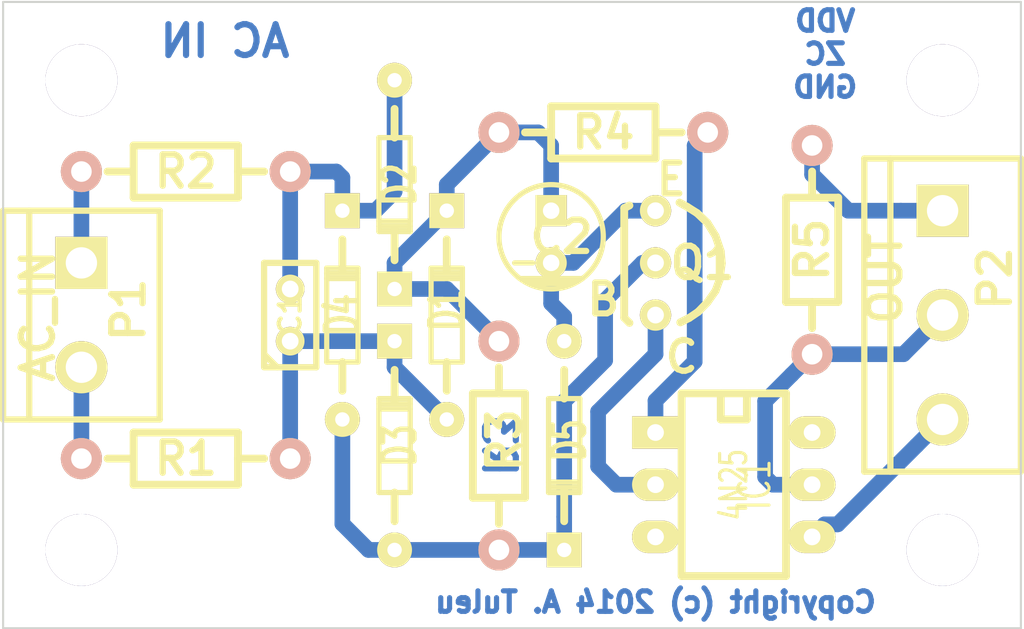
<source format=kicad_pcb>
(kicad_pcb (version 4) (host pcbnew "(2014-jul-16 BZR unknown)-product")

  (general
    (links 24)
    (no_connects 0)
    (area 106.68817 72.030001 201.08183 123.77246)
    (thickness 1.6)
    (drawings 9)
    (tracks 64)
    (zones 0)
    (modules 20)
    (nets 14)
  )

  (page A4)
  (layers
    (0 F.Cu signal)
    (31 B.Cu signal)
    (32 B.Adhes user)
    (33 F.Adhes user)
    (34 B.Paste user)
    (35 F.Paste user)
    (36 B.SilkS user)
    (37 F.SilkS user)
    (38 B.Mask user)
    (39 F.Mask user)
    (40 Dwgs.User user)
    (41 Cmts.User user)
    (42 Eco1.User user)
    (43 Eco2.User user)
    (44 Edge.Cuts user)
    (45 Margin user)
    (46 B.CrtYd user)
    (47 F.CrtYd user)
    (48 B.Fab user)
    (49 F.Fab user)
  )

  (setup
    (last_trace_width 0.762)
    (trace_clearance 0.762)
    (zone_clearance 1)
    (zone_45_only no)
    (trace_min 0.01)
    (segment_width 0.2)
    (edge_width 0.1)
    (via_size 0.889)
    (via_drill 0.635)
    (via_min_size 0.035)
    (via_min_drill 0.508)
    (uvia_size 0.508)
    (uvia_drill 0.127)
    (uvias_allowed no)
    (uvia_min_size 0.02)
    (uvia_min_drill 0.127)
    (pcb_text_width 0.3)
    (pcb_text_size 1.5 1.5)
    (mod_edge_width 0.15)
    (mod_text_size 1 1)
    (mod_text_width 0.15)
    (pad_size 1.524 1.524)
    (pad_drill 0.8001)
    (pad_to_mask_clearance 0)
    (aux_axis_origin 0 0)
    (visible_elements FFFFFF7F)
    (pcbplotparams
      (layerselection 0x00000_80000000)
      (usegerberextensions false)
      (excludeedgelayer true)
      (linewidth 0.100000)
      (plotframeref false)
      (viasonmask false)
      (mode 1)
      (useauxorigin false)
      (hpglpennumber 1)
      (hpglpenspeed 20)
      (hpglpendiameter 15)
      (hpglpenoverlay 2)
      (psnegative false)
      (psa4output false)
      (plotreference true)
      (plotvalue true)
      (plotinvisibletext false)
      (padsonsilk false)
      (subtractmaskfromsilk false)
      (outputformat 2)
      (mirror false)
      (drillshape 1)
      (scaleselection 1)
      (outputdirectory ""))
  )

  (net 0 "")
  (net 1 "Net-(C1-Pad1)")
  (net 2 "Net-(C1-Pad2)")
  (net 3 "Net-(C2-Pad1)")
  (net 4 "Net-(C2-Pad2)")
  (net 5 "Net-(D3-Pad1)")
  (net 6 "Net-(IC1-Pad1)")
  (net 7 "Net-(IC1-Pad2)")
  (net 8 "Net-(IC1-Pad4)")
  (net 9 "Net-(IC1-Pad5)")
  (net 10 "Net-(IC1-Pad6)")
  (net 11 "Net-(P1-Pad1)")
  (net 12 "Net-(P1-Pad2)")
  (net 13 "Net-(P2-Pad1)")

  (net_class Default "This is the default net class."
    (clearance 0.762)
    (trace_width 0.762)
    (via_dia 0.889)
    (via_drill 0.635)
    (uvia_dia 0.508)
    (uvia_drill 0.127)
    (add_net "Net-(C1-Pad1)")
    (add_net "Net-(C1-Pad2)")
    (add_net "Net-(C2-Pad1)")
    (add_net "Net-(C2-Pad2)")
    (add_net "Net-(D3-Pad1)")
    (add_net "Net-(IC1-Pad1)")
    (add_net "Net-(IC1-Pad2)")
    (add_net "Net-(IC1-Pad4)")
    (add_net "Net-(IC1-Pad5)")
    (add_net "Net-(IC1-Pad6)")
    (add_net "Net-(P1-Pad1)")
    (add_net "Net-(P1-Pad2)")
    (add_net "Net-(P2-Pad1)")
  )

  (module Capacitors_ThroughHole:Capacitor5x11RM2.5 (layer F.Cu) (tedit 5440DB1F) (tstamp 54401EE3)
    (at 88.265 80.645 180)
    (descr "Capacitor, pol, cyl 5x11mm")
    (path /54400394)
    (fp_text reference C2 (at -0.508 0 180) (layer F.SilkS)
      (effects (font (thickness 0.3048)))
    )
    (fp_text value 10uF (at 0 3.81 180) (layer F.SilkS) hide
      (effects (font (thickness 0.3048)))
    )
    (fp_line (start 0.889 -1.27) (end 1.778 -1.27) (layer F.SilkS) (width 0.254))
    (fp_line (start 1.016 -2.286) (end -1.016 -2.286) (layer F.SilkS) (width 0.254))
    (fp_line (start -1.016 -2.286) (end -1.016 -2.159) (layer F.SilkS) (width 0.254))
    (fp_line (start -1.016 -2.159) (end 1.016 -2.159) (layer F.SilkS) (width 0.254))
    (fp_line (start -1.524 -2.032) (end 1.524 -2.032) (layer F.SilkS) (width 0.254))
    (fp_circle (center 0 0) (end -2.54 0) (layer F.SilkS) (width 0.254))
    (pad 1 thru_hole rect (at 0 1.27 180) (size 1.524 1.524) (drill 0.8001) (layers *.Cu *.Mask F.SilkS)
      (net 3 "Net-(C2-Pad1)"))
    (pad 2 thru_hole circle (at 0 -1.27 180) (size 1.524 1.524) (drill 0.8001) (layers *.Cu *.Mask F.SilkS)
      (net 4 "Net-(C2-Pad2)"))
    (model discret/Capacitor/cp_5x11mm.wrl
      (at (xyz 0 0 0))
      (scale (xyz 1 1 1))
      (rotate (xyz 0 0 0))
    )
  )

  (module Connect:bornier3 (layer F.Cu) (tedit 543FFE27) (tstamp 54401FCD)
    (at 107.315 84.455 270)
    (descr "Bornier d'alimentation 3 pins")
    (tags DEV)
    (path /544006A3)
    (fp_text reference P2 (at -1.778 -2.54 270) (layer F.SilkS)
      (effects (font (thickness 0.3048)))
    )
    (fp_text value OUT (at -1.778 2.794 270) (layer F.SilkS)
      (effects (font (thickness 0.3048)))
    )
    (fp_line (start -7.62 3.81) (end -7.62 -3.81) (layer F.SilkS) (width 0.3048))
    (fp_line (start 7.62 3.81) (end 7.62 -3.81) (layer F.SilkS) (width 0.3048))
    (fp_line (start -7.62 2.54) (end 7.62 2.54) (layer F.SilkS) (width 0.3048))
    (fp_line (start -7.62 -3.81) (end 7.62 -3.81) (layer F.SilkS) (width 0.3048))
    (fp_line (start -7.62 3.81) (end 7.62 3.81) (layer F.SilkS) (width 0.3048))
    (pad 1 thru_hole rect (at -5.08 0 270) (size 2.54 2.54) (drill 1.524) (layers *.Cu *.Mask F.SilkS)
      (net 13 "Net-(P2-Pad1)"))
    (pad 2 thru_hole circle (at 0 0 270) (size 2.54 2.54) (drill 1.524) (layers *.Cu *.Mask F.SilkS)
      (net 9 "Net-(IC1-Pad5)"))
    (pad 3 thru_hole circle (at 5.08 0 270) (size 2.54 2.54) (drill 1.524) (layers *.Cu *.Mask F.SilkS)
      (net 8 "Net-(IC1-Pad4)"))
    (model Device/bornier_3.wrl
      (at (xyz 0 0 0))
      (scale (xyz 1 1 1))
      (rotate (xyz 0 0 0))
    )
  )

  (module Housings_TO-92:TO-92-Bipolar-inline-wide-EBC (layer F.Cu) (tedit 54400B8B) (tstamp 54401F17)
    (at 93.345 81.915)
    (descr "TO-92 Bipolar inline wide Drill 0,8mm EBC")
    (tags "TO-92 Bipolar inline wide Drill 0,8mm EBC")
    (path /543FEEEF)
    (fp_text reference Q1 (at 2.286 0) (layer F.SilkS)
      (effects (font (thickness 0.3048)))
    )
    (fp_text value NPN (at -0.5588 8.8138) (layer F.SilkS) hide
      (effects (font (thickness 0.3048)))
    )
    (fp_line (start -1.524 2.667) (end -1.27 2.921) (layer F.SilkS) (width 0.381))
    (fp_line (start -1.524 -2.667) (end -1.27 -2.794) (layer F.SilkS) (width 0.381))
    (fp_line (start 1.1684 -2.9337) (end 1.5367 -2.7305) (layer F.SilkS) (width 0.381))
    (fp_line (start 1.5367 -2.7305) (end 2.0193 -2.4257) (layer F.SilkS) (width 0.381))
    (fp_line (start 2.0193 -2.4257) (end 2.5273 -1.9431) (layer F.SilkS) (width 0.381))
    (fp_line (start 2.5273 -1.9431) (end 2.921 -1.3081) (layer F.SilkS) (width 0.381))
    (fp_line (start 2.921 -1.3081) (end 3.175 -0.5588) (layer F.SilkS) (width 0.381))
    (fp_line (start 3.175 -0.5588) (end 3.2258 0.0254) (layer F.SilkS) (width 0.381))
    (fp_line (start 3.2258 0.0254) (end 3.1115 0.8382) (layer F.SilkS) (width 0.381))
    (fp_line (start 3.1115 0.8382) (end 2.921 1.3589) (layer F.SilkS) (width 0.381))
    (fp_line (start 2.921 1.3589) (end 2.5273 1.9177) (layer F.SilkS) (width 0.381))
    (fp_line (start 2.5273 1.9177) (end 2.0701 2.3876) (layer F.SilkS) (width 0.381))
    (fp_line (start 2.0701 2.3876) (end 1.6383 2.6797) (layer F.SilkS) (width 0.381))
    (fp_line (start 1.6383 2.6797) (end 1.2065 2.8956) (layer F.SilkS) (width 0.381))
    (fp_text user E (at 0.762 -4.064) (layer F.SilkS)
      (effects (font (size 1.50114 1.50114) (thickness 0.29972)))
    )
    (fp_text user B (at -2.54 1.778) (layer F.SilkS)
      (effects (font (size 1.50114 1.50114) (thickness 0.29972)))
    )
    (fp_text user C (at 1.27 4.572) (layer F.SilkS)
      (effects (font (size 1.50114 1.50114) (thickness 0.29972)))
    )
    (fp_line (start -1.524 -2.667) (end -1.524 2.667) (layer F.SilkS) (width 0.381))
    (pad B thru_hole circle (at 0 0) (size 1.524 1.524) (drill 0.8128) (layers *.Cu *.Mask F.SilkS)
      (net 5 "Net-(D3-Pad1)"))
    (pad C thru_hole circle (at 0 2.54) (size 1.524 1.524) (drill 0.8128) (layers *.Cu *.Mask F.SilkS)
      (net 7 "Net-(IC1-Pad2)"))
    (pad E thru_hole circle (at 0 -2.54) (size 1.524 1.524) (drill 0.8128) (layers *.Cu *.Mask F.SilkS)
      (net 4 "Net-(C2-Pad2)"))
  )

  (module Diodes_ThroughHole:Diode_DO-35_SOD27_Horizontal_RM10 (layer F.Cu) (tedit 543FFE26) (tstamp 54402033)
    (at 78.105 84.455 90)
    (descr "Diode, DO-35,  SOD27, Horizontal, RM 10mm")
    (tags "Diode, DO-35, SOD27, Horizontal, RM 10mm, 1N4148,")
    (path /543FE5F0)
    (fp_text reference D4 (at 0 0 90) (layer F.SilkS)
      (effects (font (size 1.524 1.016) (thickness 0.254)))
    )
    (fp_text value DIODE (at -1.016 -3.556 90) (layer F.SilkS) hide
      (effects (font (size 1.524 1.016) (thickness 0.254)))
    )
    (fp_line (start -2.286 0) (end -3.683 0) (layer F.SilkS) (width 0.381))
    (fp_line (start 2.159 0) (end 3.683 0) (layer F.SilkS) (width 0.381))
    (fp_line (start 1.778 -0.762) (end 1.778 0.762) (layer F.SilkS) (width 0.254))
    (fp_line (start 2.032 -0.762) (end 2.032 0.762) (layer F.SilkS) (width 0.254))
    (fp_line (start 2.286 0) (end 2.286 0.762) (layer F.SilkS) (width 0.254))
    (fp_line (start 2.286 0.762) (end -2.286 0.762) (layer F.SilkS) (width 0.254))
    (fp_line (start -2.286 0.762) (end -2.286 -0.762) (layer F.SilkS) (width 0.254))
    (fp_line (start -2.286 -0.762) (end 2.286 -0.762) (layer F.SilkS) (width 0.254))
    (fp_line (start 2.286 -0.762) (end 2.286 0) (layer F.SilkS) (width 0.254))
    (pad 1 thru_hole circle (at -5.08 0 90) (size 1.69926 1.69926) (drill 0.70104) (layers *.Cu *.Mask F.SilkS)
      (net 5 "Net-(D3-Pad1)"))
    (pad 2 thru_hole rect (at 5.08 0 90) (size 1.69926 1.69926) (drill 0.70104) (layers *.Cu *.Mask F.SilkS)
      (net 2 "Net-(C1-Pad2)"))
    (model discret/diode.wrl
      (at (xyz 0 0 0))
      (scale (xyz 0.4 0.4 0.4))
      (rotate (xyz 0 0 0))
    )
  )

  (module Diodes_ThroughHole:Diode_DO-35_SOD27_Horizontal_RM10 (layer F.Cu) (tedit 543FFE26) (tstamp 54402006)
    (at 83.185 84.455 90)
    (descr "Diode, DO-35,  SOD27, Horizontal, RM 10mm")
    (tags "Diode, DO-35, SOD27, Horizontal, RM 10mm, 1N4148,")
    (path /543FE4BD)
    (fp_text reference D1 (at 0.254 0 90) (layer F.SilkS)
      (effects (font (size 1.524 1.016) (thickness 0.254)))
    )
    (fp_text value DIODE (at -1.016 -3.556 90) (layer F.SilkS) hide
      (effects (font (size 1.524 1.016) (thickness 0.254)))
    )
    (fp_line (start -2.286 0) (end -3.683 0) (layer F.SilkS) (width 0.381))
    (fp_line (start 2.159 0) (end 3.683 0) (layer F.SilkS) (width 0.381))
    (fp_line (start 1.778 -0.762) (end 1.778 0.762) (layer F.SilkS) (width 0.254))
    (fp_line (start 2.032 -0.762) (end 2.032 0.762) (layer F.SilkS) (width 0.254))
    (fp_line (start 2.286 0) (end 2.286 0.762) (layer F.SilkS) (width 0.254))
    (fp_line (start 2.286 0.762) (end -2.286 0.762) (layer F.SilkS) (width 0.254))
    (fp_line (start -2.286 0.762) (end -2.286 -0.762) (layer F.SilkS) (width 0.254))
    (fp_line (start -2.286 -0.762) (end 2.286 -0.762) (layer F.SilkS) (width 0.254))
    (fp_line (start 2.286 -0.762) (end 2.286 0) (layer F.SilkS) (width 0.254))
    (pad 1 thru_hole circle (at -5.08 0 90) (size 1.69926 1.69926) (drill 0.70104) (layers *.Cu *.Mask F.SilkS)
      (net 1 "Net-(C1-Pad1)"))
    (pad 2 thru_hole rect (at 5.08 0 90) (size 1.69926 1.69926) (drill 0.70104) (layers *.Cu *.Mask F.SilkS)
      (net 3 "Net-(C2-Pad1)"))
    (model discret/diode.wrl
      (at (xyz 0 0 0))
      (scale (xyz 0.4 0.4 0.4))
      (rotate (xyz 0 0 0))
    )
  )

  (module Diodes_ThroughHole:Diode_DO-35_SOD27_Horizontal_RM10 (layer F.Cu) (tedit 543FFE26) (tstamp 54402016)
    (at 80.645 78.105 270)
    (descr "Diode, DO-35,  SOD27, Horizontal, RM 10mm")
    (tags "Diode, DO-35, SOD27, Horizontal, RM 10mm, 1N4148,")
    (path /543FE54B)
    (fp_text reference D2 (at 0 -0.254 270) (layer F.SilkS)
      (effects (font (size 1.524 1.016) (thickness 0.254)))
    )
    (fp_text value DIODE (at -1.016 -3.556 270) (layer F.SilkS) hide
      (effects (font (size 1.524 1.016) (thickness 0.254)))
    )
    (fp_line (start -2.286 0) (end -3.683 0) (layer F.SilkS) (width 0.381))
    (fp_line (start 2.159 0) (end 3.683 0) (layer F.SilkS) (width 0.381))
    (fp_line (start 1.778 -0.762) (end 1.778 0.762) (layer F.SilkS) (width 0.254))
    (fp_line (start 2.032 -0.762) (end 2.032 0.762) (layer F.SilkS) (width 0.254))
    (fp_line (start 2.286 0) (end 2.286 0.762) (layer F.SilkS) (width 0.254))
    (fp_line (start 2.286 0.762) (end -2.286 0.762) (layer F.SilkS) (width 0.254))
    (fp_line (start -2.286 0.762) (end -2.286 -0.762) (layer F.SilkS) (width 0.254))
    (fp_line (start -2.286 -0.762) (end 2.286 -0.762) (layer F.SilkS) (width 0.254))
    (fp_line (start 2.286 -0.762) (end 2.286 0) (layer F.SilkS) (width 0.254))
    (pad 1 thru_hole circle (at -5.08 0 270) (size 1.69926 1.69926) (drill 0.70104) (layers *.Cu *.Mask F.SilkS)
      (net 2 "Net-(C1-Pad2)"))
    (pad 2 thru_hole rect (at 5.08 0 270) (size 1.69926 1.69926) (drill 0.70104) (layers *.Cu *.Mask F.SilkS)
      (net 3 "Net-(C2-Pad1)"))
    (model discret/diode.wrl
      (at (xyz 0 0 0))
      (scale (xyz 0.4 0.4 0.4))
      (rotate (xyz 0 0 0))
    )
  )

  (module Diodes_ThroughHole:Diode_DO-35_SOD27_Horizontal_RM10 (layer F.Cu) (tedit 543FFE26) (tstamp 54401F85)
    (at 80.645 90.805 90)
    (descr "Diode, DO-35,  SOD27, Horizontal, RM 10mm")
    (tags "Diode, DO-35, SOD27, Horizontal, RM 10mm, 1N4148,")
    (path /543FE5B9)
    (fp_text reference D3 (at 0 0.254 90) (layer F.SilkS)
      (effects (font (size 1.524 1.016) (thickness 0.254)))
    )
    (fp_text value DIODE (at -1.016 -3.556 90) (layer F.SilkS) hide
      (effects (font (size 1.524 1.016) (thickness 0.254)))
    )
    (fp_line (start -2.286 0) (end -3.683 0) (layer F.SilkS) (width 0.381))
    (fp_line (start 2.159 0) (end 3.683 0) (layer F.SilkS) (width 0.381))
    (fp_line (start 1.778 -0.762) (end 1.778 0.762) (layer F.SilkS) (width 0.254))
    (fp_line (start 2.032 -0.762) (end 2.032 0.762) (layer F.SilkS) (width 0.254))
    (fp_line (start 2.286 0) (end 2.286 0.762) (layer F.SilkS) (width 0.254))
    (fp_line (start 2.286 0.762) (end -2.286 0.762) (layer F.SilkS) (width 0.254))
    (fp_line (start -2.286 0.762) (end -2.286 -0.762) (layer F.SilkS) (width 0.254))
    (fp_line (start -2.286 -0.762) (end 2.286 -0.762) (layer F.SilkS) (width 0.254))
    (fp_line (start 2.286 -0.762) (end 2.286 0) (layer F.SilkS) (width 0.254))
    (pad 1 thru_hole circle (at -5.08 0 90) (size 1.69926 1.69926) (drill 0.70104) (layers *.Cu *.Mask F.SilkS)
      (net 5 "Net-(D3-Pad1)"))
    (pad 2 thru_hole rect (at 5.08 0 90) (size 1.69926 1.69926) (drill 0.70104) (layers *.Cu *.Mask F.SilkS)
      (net 1 "Net-(C1-Pad1)"))
    (model discret/diode.wrl
      (at (xyz 0 0 0))
      (scale (xyz 0.4 0.4 0.4))
      (rotate (xyz 0 0 0))
    )
  )

  (module Diodes_ThroughHole:Diode_DO-35_SOD27_Horizontal_RM10 (layer F.Cu) (tedit 543FFE26) (tstamp 54401FEF)
    (at 88.9 90.805 270)
    (descr "Diode, DO-35,  SOD27, Horizontal, RM 10mm")
    (tags "Diode, DO-35, SOD27, Horizontal, RM 10mm, 1N4148,")
    (path /543FE61A)
    (fp_text reference D5 (at -0.254 -0.254 270) (layer F.SilkS)
      (effects (font (size 1.524 1.016) (thickness 0.254)))
    )
    (fp_text value DIODE (at -1.016 -3.556 270) (layer F.SilkS) hide
      (effects (font (size 1.524 1.016) (thickness 0.254)))
    )
    (fp_line (start -2.286 0) (end -3.683 0) (layer F.SilkS) (width 0.381))
    (fp_line (start 2.159 0) (end 3.683 0) (layer F.SilkS) (width 0.381))
    (fp_line (start 1.778 -0.762) (end 1.778 0.762) (layer F.SilkS) (width 0.254))
    (fp_line (start 2.032 -0.762) (end 2.032 0.762) (layer F.SilkS) (width 0.254))
    (fp_line (start 2.286 0) (end 2.286 0.762) (layer F.SilkS) (width 0.254))
    (fp_line (start 2.286 0.762) (end -2.286 0.762) (layer F.SilkS) (width 0.254))
    (fp_line (start -2.286 0.762) (end -2.286 -0.762) (layer F.SilkS) (width 0.254))
    (fp_line (start -2.286 -0.762) (end 2.286 -0.762) (layer F.SilkS) (width 0.254))
    (fp_line (start 2.286 -0.762) (end 2.286 0) (layer F.SilkS) (width 0.254))
    (pad 1 thru_hole circle (at -5.08 0 270) (size 1.69926 1.69926) (drill 0.70104) (layers *.Cu *.Mask F.SilkS)
      (net 4 "Net-(C2-Pad2)"))
    (pad 2 thru_hole rect (at 5.08 0 270) (size 1.69926 1.69926) (drill 0.70104) (layers *.Cu *.Mask F.SilkS)
      (net 5 "Net-(D3-Pad1)"))
    (model discret/diode.wrl
      (at (xyz 0 0 0))
      (scale (xyz 0.4 0.4 0.4))
      (rotate (xyz 0 0 0))
    )
  )

  (module Sockets_DIP:DIP-6__300_ELL (layer F.Cu) (tedit 544000D6) (tstamp 54401FDF)
    (at 97.155 92.71 270)
    (descr "6 pins DIL package, elliptical pads")
    (tags DIL)
    (path /543FE6B1)
    (fp_text reference IC1 (at 0 -1.016 270) (layer F.SilkS)
      (effects (font (size 1.524 1.016) (thickness 0.1524)))
    )
    (fp_text value 4N25 (at 0 0 270) (layer F.SilkS)
      (effects (font (size 1.27 0.889) (thickness 0.1524)))
    )
    (fp_line (start -4.445 -2.54) (end 4.445 -2.54) (layer F.SilkS) (width 0.381))
    (fp_line (start 4.445 -2.54) (end 4.445 2.54) (layer F.SilkS) (width 0.381))
    (fp_line (start 4.445 2.54) (end -4.445 2.54) (layer F.SilkS) (width 0.381))
    (fp_line (start -4.445 2.54) (end -4.445 -2.54) (layer F.SilkS) (width 0.381))
    (fp_line (start -4.445 -0.635) (end -3.175 -0.635) (layer F.SilkS) (width 0.381))
    (fp_line (start -3.175 -0.635) (end -3.175 0.635) (layer F.SilkS) (width 0.381))
    (fp_line (start -3.175 0.635) (end -4.445 0.635) (layer F.SilkS) (width 0.381))
    (pad 1 thru_hole rect (at -2.54 3.81 270) (size 1.5748 2.286) (drill 0.8128) (layers *.Cu *.Mask F.SilkS)
      (net 6 "Net-(IC1-Pad1)"))
    (pad 2 thru_hole oval (at 0 3.81 270) (size 1.5748 2.286) (drill 0.8128) (layers *.Cu *.Mask F.SilkS)
      (net 7 "Net-(IC1-Pad2)"))
    (pad 3 thru_hole oval (at 2.54 3.81 270) (size 1.5748 2.286) (drill 0.8128) (layers *.Cu *.Mask F.SilkS))
    (pad 4 thru_hole oval (at 2.54 -3.81 270) (size 1.5748 2.286) (drill 0.8128) (layers *.Cu *.Mask F.SilkS)
      (net 8 "Net-(IC1-Pad4)"))
    (pad 5 thru_hole oval (at 0 -3.81 270) (size 1.5748 2.286) (drill 0.8128) (layers *.Cu *.Mask F.SilkS)
      (net 9 "Net-(IC1-Pad5)"))
    (pad 6 thru_hole oval (at -2.54 -3.81 270) (size 1.5748 2.286) (drill 0.8128) (layers *.Cu *.Mask F.SilkS)
      (net 10 "Net-(IC1-Pad6)"))
    (model dil/dil_6.wrl
      (at (xyz 0 0 0))
      (scale (xyz 1 1 1))
      (rotate (xyz 0 0 0))
    )
  )

  (module Connect:bornier2 (layer F.Cu) (tedit 543FFE27) (tstamp 54401FAB)
    (at 65.405 84.455 270)
    (descr "Bornier d'alimentation 2 pins")
    (tags DEV)
    (path /543FEDDA)
    (fp_text reference P1 (at -0.254 -2.286 270) (layer F.SilkS)
      (effects (font (thickness 0.3048)))
    )
    (fp_text value AC_IN (at 0.05 2.12 270) (layer F.SilkS)
      (effects (font (thickness 0.3048)))
    )
    (fp_line (start 5.08 2.54) (end -5.08 2.54) (layer F.SilkS) (width 0.3048))
    (fp_line (start 5.08 3.81) (end 5.08 -3.81) (layer F.SilkS) (width 0.3048))
    (fp_line (start 5.08 -3.81) (end -5.08 -3.81) (layer F.SilkS) (width 0.3048))
    (fp_line (start -5.08 -3.81) (end -5.08 3.81) (layer F.SilkS) (width 0.3048))
    (fp_line (start -5.08 3.81) (end 5.08 3.81) (layer F.SilkS) (width 0.3048))
    (pad 1 thru_hole rect (at -2.54 0 270) (size 2.54 2.54) (drill 1.524) (layers *.Cu *.Mask F.SilkS)
      (net 11 "Net-(P1-Pad1)"))
    (pad 2 thru_hole circle (at 2.54 0 270) (size 2.54 2.54) (drill 1.524) (layers *.Cu *.Mask F.SilkS)
      (net 12 "Net-(P1-Pad2)"))
    (model Device/bornier_2.wrl
      (at (xyz 0 0 0))
      (scale (xyz 1 1 1))
      (rotate (xyz 0 0 0))
    )
  )

  (module Resistors_ThroughHole:Resistor_Horizontal_RM10mm (layer F.Cu) (tedit 53F56209) (tstamp 54401F92)
    (at 70.485 91.44 180)
    (descr "Resistor, Axial,  RM 10mm, 1/3W,")
    (tags "Resistor, Axial, RM 10mm, 1/3W,")
    (path /543FE227)
    (fp_text reference R1 (at 0 0 180) (layer F.SilkS)
      (effects (font (thickness 0.3048)))
    )
    (fp_text value 10k (at 3.81 3.81 180) (layer F.SilkS) hide
      (effects (font (size 1.50114 1.50114) (thickness 0.20066)))
    )
    (fp_line (start -2.54 -1.27) (end 2.54 -1.27) (layer F.SilkS) (width 0.381))
    (fp_line (start 2.54 -1.27) (end 2.54 1.27) (layer F.SilkS) (width 0.381))
    (fp_line (start 2.54 1.27) (end -2.54 1.27) (layer F.SilkS) (width 0.381))
    (fp_line (start -2.54 1.27) (end -2.54 -1.27) (layer F.SilkS) (width 0.381))
    (fp_line (start -2.54 0) (end -3.81 0) (layer F.SilkS) (width 0.381))
    (fp_line (start 2.54 0) (end 3.81 0) (layer F.SilkS) (width 0.381))
    (pad 1 thru_hole circle (at -5.08 0 180) (size 1.99898 1.99898) (drill 1.00076) (layers *.Cu *.SilkS *.Mask)
      (net 1 "Net-(C1-Pad1)"))
    (pad 2 thru_hole circle (at 5.08 0 180) (size 1.99898 1.99898) (drill 1.00076) (layers *.Cu *.SilkS *.Mask)
      (net 12 "Net-(P1-Pad2)"))
    (model discret/resistor_10mm.wrl
      (at (xyz 0 0 0))
      (scale (xyz 0.4 0.4 0.4))
      (rotate (xyz 0 0 0))
    )
  )

  (module Resistors_ThroughHole:Resistor_Horizontal_RM10mm (layer F.Cu) (tedit 53F56209) (tstamp 54401F9F)
    (at 70.485 77.47 180)
    (descr "Resistor, Axial,  RM 10mm, 1/3W,")
    (tags "Resistor, Axial, RM 10mm, 1/3W,")
    (path /543FE369)
    (fp_text reference R2 (at 0 0 180) (layer F.SilkS)
      (effects (font (thickness 0.3048)))
    )
    (fp_text value 10k (at 3.81 3.81 180) (layer F.SilkS) hide
      (effects (font (size 1.50114 1.50114) (thickness 0.20066)))
    )
    (fp_line (start -2.54 -1.27) (end 2.54 -1.27) (layer F.SilkS) (width 0.381))
    (fp_line (start 2.54 -1.27) (end 2.54 1.27) (layer F.SilkS) (width 0.381))
    (fp_line (start 2.54 1.27) (end -2.54 1.27) (layer F.SilkS) (width 0.381))
    (fp_line (start -2.54 1.27) (end -2.54 -1.27) (layer F.SilkS) (width 0.381))
    (fp_line (start -2.54 0) (end -3.81 0) (layer F.SilkS) (width 0.381))
    (fp_line (start 2.54 0) (end 3.81 0) (layer F.SilkS) (width 0.381))
    (pad 1 thru_hole circle (at -5.08 0 180) (size 1.99898 1.99898) (drill 1.00076) (layers *.Cu *.SilkS *.Mask)
      (net 2 "Net-(C1-Pad2)"))
    (pad 2 thru_hole circle (at 5.08 0 180) (size 1.99898 1.99898) (drill 1.00076) (layers *.Cu *.SilkS *.Mask)
      (net 11 "Net-(P1-Pad1)"))
    (model discret/resistor_10mm.wrl
      (at (xyz 0 0 0))
      (scale (xyz 0.4 0.4 0.4))
      (rotate (xyz 0 0 0))
    )
  )

  (module Resistors_ThroughHole:Resistor_Horizontal_RM10mm (layer F.Cu) (tedit 53F56209) (tstamp 54402023)
    (at 85.725 90.805 270)
    (descr "Resistor, Axial,  RM 10mm, 1/3W,")
    (tags "Resistor, Axial, RM 10mm, 1/3W,")
    (path /543FE3EC)
    (fp_text reference R3 (at -0.254 -0.254 270) (layer F.SilkS)
      (effects (font (thickness 0.3048)))
    )
    (fp_text value 1M (at 3.81 3.81 270) (layer F.SilkS) hide
      (effects (font (size 1.50114 1.50114) (thickness 0.20066)))
    )
    (fp_line (start -2.54 -1.27) (end 2.54 -1.27) (layer F.SilkS) (width 0.381))
    (fp_line (start 2.54 -1.27) (end 2.54 1.27) (layer F.SilkS) (width 0.381))
    (fp_line (start 2.54 1.27) (end -2.54 1.27) (layer F.SilkS) (width 0.381))
    (fp_line (start -2.54 1.27) (end -2.54 -1.27) (layer F.SilkS) (width 0.381))
    (fp_line (start -2.54 0) (end -3.81 0) (layer F.SilkS) (width 0.381))
    (fp_line (start 2.54 0) (end 3.81 0) (layer F.SilkS) (width 0.381))
    (pad 1 thru_hole circle (at -5.08 0 270) (size 1.99898 1.99898) (drill 1.00076) (layers *.Cu *.SilkS *.Mask)
      (net 3 "Net-(C2-Pad1)"))
    (pad 2 thru_hole circle (at 5.08 0 270) (size 1.99898 1.99898) (drill 1.00076) (layers *.Cu *.SilkS *.Mask)
      (net 5 "Net-(D3-Pad1)"))
    (model discret/resistor_10mm.wrl
      (at (xyz 0 0 0))
      (scale (xyz 0.4 0.4 0.4))
      (rotate (xyz 0 0 0))
    )
  )

  (module Resistors_ThroughHole:Resistor_Horizontal_RM10mm (layer F.Cu) (tedit 53F56209) (tstamp 54401EF0)
    (at 90.805 75.565 180)
    (descr "Resistor, Axial,  RM 10mm, 1/3W,")
    (tags "Resistor, Axial, RM 10mm, 1/3W,")
    (path /543FE867)
    (fp_text reference R4 (at 0 0 180) (layer F.SilkS)
      (effects (font (thickness 0.3048)))
    )
    (fp_text value 1k (at 3.81 3.81 180) (layer F.SilkS) hide
      (effects (font (size 1.50114 1.50114) (thickness 0.20066)))
    )
    (fp_line (start -2.54 -1.27) (end 2.54 -1.27) (layer F.SilkS) (width 0.381))
    (fp_line (start 2.54 -1.27) (end 2.54 1.27) (layer F.SilkS) (width 0.381))
    (fp_line (start 2.54 1.27) (end -2.54 1.27) (layer F.SilkS) (width 0.381))
    (fp_line (start -2.54 1.27) (end -2.54 -1.27) (layer F.SilkS) (width 0.381))
    (fp_line (start -2.54 0) (end -3.81 0) (layer F.SilkS) (width 0.381))
    (fp_line (start 2.54 0) (end 3.81 0) (layer F.SilkS) (width 0.381))
    (pad 1 thru_hole circle (at -5.08 0 180) (size 1.99898 1.99898) (drill 1.00076) (layers *.Cu *.SilkS *.Mask)
      (net 6 "Net-(IC1-Pad1)"))
    (pad 2 thru_hole circle (at 5.08 0 180) (size 1.99898 1.99898) (drill 1.00076) (layers *.Cu *.SilkS *.Mask)
      (net 3 "Net-(C2-Pad1)"))
    (model discret/resistor_10mm.wrl
      (at (xyz 0 0 0))
      (scale (xyz 0.4 0.4 0.4))
      (rotate (xyz 0 0 0))
    )
  )

  (module Resistors_ThroughHole:Resistor_Horizontal_RM10mm (layer F.Cu) (tedit 53F56209) (tstamp 54401EFD)
    (at 100.965 81.28 270)
    (descr "Resistor, Axial,  RM 10mm, 1/3W,")
    (tags "Resistor, Axial, RM 10mm, 1/3W,")
    (path /543FE72E)
    (fp_text reference R5 (at 0 0 270) (layer F.SilkS)
      (effects (font (thickness 0.3048)))
    )
    (fp_text value 10k (at 3.81 3.81 270) (layer F.SilkS) hide
      (effects (font (size 1.50114 1.50114) (thickness 0.20066)))
    )
    (fp_line (start -2.54 -1.27) (end 2.54 -1.27) (layer F.SilkS) (width 0.381))
    (fp_line (start 2.54 -1.27) (end 2.54 1.27) (layer F.SilkS) (width 0.381))
    (fp_line (start 2.54 1.27) (end -2.54 1.27) (layer F.SilkS) (width 0.381))
    (fp_line (start -2.54 1.27) (end -2.54 -1.27) (layer F.SilkS) (width 0.381))
    (fp_line (start -2.54 0) (end -3.81 0) (layer F.SilkS) (width 0.381))
    (fp_line (start 2.54 0) (end 3.81 0) (layer F.SilkS) (width 0.381))
    (pad 1 thru_hole circle (at -5.08 0 270) (size 1.99898 1.99898) (drill 1.00076) (layers *.Cu *.SilkS *.Mask)
      (net 13 "Net-(P2-Pad1)"))
    (pad 2 thru_hole circle (at 5.08 0 270) (size 1.99898 1.99898) (drill 1.00076) (layers *.Cu *.SilkS *.Mask)
      (net 9 "Net-(IC1-Pad5)"))
    (model discret/resistor_10mm.wrl
      (at (xyz 0 0 0))
      (scale (xyz 0.4 0.4 0.4))
      (rotate (xyz 0 0 0))
    )
  )

  (module Mounting_Holes:MountingHole_3-5mm (layer F.Cu) (tedit 54400B6D) (tstamp 54401FB2)
    (at 65.405 73.025)
    (descr "Mounting hole, Befestigungsbohrung, 3,5mm, No Annular, Kein Restring,")
    (tags "Mounting hole, Befestigungsbohrung, 3,5mm, No Annular, Kein Restring,")
    (fp_text reference MH (at 0 -4.50088) (layer F.SilkS) hide
      (effects (font (thickness 0.3048)))
    )
    (fp_text value MountingHole_3-5mm_RevA_Date21Jun2010 (at 0 5.00126) (layer F.SilkS) hide
      (effects (font (thickness 0.3048)))
    )
    (fp_circle (center 0 0) (end 3.50012 0) (layer Cmts.User) (width 0.381))
    (pad 1 thru_hole circle (at 0 0) (size 3.50012 3.50012) (drill 3.50012) (layers))
  )

  (module Mounting_Holes:MountingHole_3-5mm (layer F.Cu) (tedit 54400B70) (tstamp 54401FF6)
    (at 107.315 73.025)
    (descr "Mounting hole, Befestigungsbohrung, 3,5mm, No Annular, Kein Restring,")
    (tags "Mounting hole, Befestigungsbohrung, 3,5mm, No Annular, Kein Restring,")
    (fp_text reference MH (at 0 -4.50088) (layer F.SilkS) hide
      (effects (font (thickness 0.3048)))
    )
    (fp_text value MountingHole_3-5mm_RevA_Date21Jun2010 (at 0 5.00126) (layer F.SilkS) hide
      (effects (font (thickness 0.3048)))
    )
    (fp_circle (center 0 0) (end 3.50012 0) (layer Cmts.User) (width 0.381))
    (pad 1 thru_hole circle (at 0 0) (size 3.50012 3.50012) (drill 3.50012) (layers))
  )

  (module Mounting_Holes:MountingHole_3-5mm (layer F.Cu) (tedit 54400B72) (tstamp 54401FC0)
    (at 107.315 95.885)
    (descr "Mounting hole, Befestigungsbohrung, 3,5mm, No Annular, Kein Restring,")
    (tags "Mounting hole, Befestigungsbohrung, 3,5mm, No Annular, Kein Restring,")
    (fp_text reference MH (at 0 -4.50088) (layer F.SilkS) hide
      (effects (font (thickness 0.3048)))
    )
    (fp_text value MountingHole_3-5mm_RevA_Date21Jun2010 (at 0 5.00126) (layer F.SilkS) hide
      (effects (font (thickness 0.3048)))
    )
    (fp_circle (center 0 0) (end 3.50012 0) (layer Cmts.User) (width 0.381))
    (pad 1 thru_hole circle (at 0 0) (size 3.50012 3.50012) (drill 3.50012) (layers))
  )

  (module Mounting_Holes:MountingHole_3-5mm (layer F.Cu) (tedit 54400B6B) (tstamp 54401FB9)
    (at 65.405 95.885)
    (descr "Mounting hole, Befestigungsbohrung, 3,5mm, No Annular, Kein Restring,")
    (tags "Mounting hole, Befestigungsbohrung, 3,5mm, No Annular, Kein Restring,")
    (fp_text reference MH (at 0.762 -4.826) (layer F.SilkS) hide
      (effects (font (thickness 0.3048)))
    )
    (fp_text value MountingHole_3-5mm_RevA_Date21Jun2010 (at 0 5.00126) (layer F.SilkS) hide
      (effects (font (thickness 0.3048)))
    )
    (fp_circle (center 0 0) (end 3.50012 0) (layer Cmts.User) (width 0.381))
    (pad 1 thru_hole circle (at 0 0) (size 3.50012 3.50012) (drill 3.50012) (layers))
  )

  (module Discret:C1 (layer F.Cu) (tedit 54400E32) (tstamp 54401F75)
    (at 75.565 84.455 90)
    (descr "Condensateur e = 1 pas")
    (tags C)
    (path /543FE470)
    (fp_text reference C1 (at 0 0 90) (layer F.SilkS)
      (effects (font (size 1.016 1.016) (thickness 0.2032)))
    )
    (fp_text value 1nF (at 0 -2.286 90) (layer F.SilkS) hide
      (effects (font (size 1.016 1.016) (thickness 0.2032)))
    )
    (fp_line (start -2.4892 -1.27) (end 2.54 -1.27) (layer F.SilkS) (width 0.3048))
    (fp_line (start 2.54 -1.27) (end 2.54 1.27) (layer F.SilkS) (width 0.3048))
    (fp_line (start 2.54 1.27) (end -2.54 1.27) (layer F.SilkS) (width 0.3048))
    (fp_line (start -2.54 1.27) (end -2.54 -1.27) (layer F.SilkS) (width 0.3048))
    (fp_line (start -2.54 -0.635) (end -1.905 -1.27) (layer F.SilkS) (width 0.3048))
    (pad 1 thru_hole circle (at -1.27 0 90) (size 1.397 1.397) (drill 0.8128) (layers *.Cu *.Mask F.SilkS)
      (net 1 "Net-(C1-Pad1)"))
    (pad 2 thru_hole circle (at 1.27 0 90) (size 1.397 1.397) (drill 0.8128) (layers *.Cu *.Mask F.SilkS)
      (net 2 "Net-(C1-Pad2)"))
    (model discret/capa_1_pas.wrl
      (at (xyz 0 0 0))
      (scale (xyz 1 1 1))
      (rotate (xyz 0 0 0))
    )
  )

  (gr_line (start 111.125 99.695) (end 61.595 99.695) (layer Edge.Cuts) (width 0.1))
  (gr_line (start 111.125 69.215) (end 111.125 99.695) (layer Edge.Cuts) (width 0.1))
  (gr_line (start 61.595 69.215) (end 111.125 69.215) (layer Edge.Cuts) (width 0.1))
  (gr_line (start 61.595 69.215) (end 61.595 89.535) (layer Edge.Cuts) (width 0.1))
  (gr_line (start 61.595 89.535) (end 61.595 99.695) (layer Edge.Cuts) (width 0.1))
  (gr_text R3 (at 85.725 90.805 270) (layer B.Cu) (tstamp 54401ADE)
    (effects (font (size 1.5 1.5) (thickness 0.3)) (justify mirror))
  )
  (gr_text "AC IN" (at 72.39 71.12) (layer B.Cu) (tstamp 54401ADF)
    (effects (font (size 1.5 1.5) (thickness 0.3)) (justify mirror))
  )
  (gr_text "VDD\nZC\nGND" (at 101.6 71.755) (layer B.Cu) (tstamp 54401AE0)
    (effects (font (size 1 1) (thickness 0.25)) (justify mirror))
  )
  (gr_text "Copyright (c) 2014 A. Tuleu" (at 93.345 98.425) (layer B.Cu) (tstamp 54401ADD)
    (effects (font (size 1 1) (thickness 0.25)) (justify mirror))
  )

  (segment (start 75.565 91.44) (end 75.565 85.725) (width 0.762) (layer B.Cu) (net 1))
  (segment (start 80.645 85.725) (end 80.645 86.995) (width 0.762) (layer B.Cu) (net 1))
  (segment (start 80.645 86.995) (end 83.185 89.535) (width 0.762) (layer B.Cu) (net 1))
  (segment (start 75.565 85.725) (end 80.645 85.725) (width 0.762) (layer B.Cu) (net 1))
  (segment (start 75.565 77.47) (end 77.81163 77.47) (width 0.762) (layer B.Cu) (net 2))
  (segment (start 77.81163 77.47) (end 78.105 77.76337) (width 0.762) (layer B.Cu) (net 2))
  (segment (start 78.105 77.76337) (end 78.105 79.375) (width 0.762) (layer B.Cu) (net 2))
  (segment (start 75.565 83.185) (end 75.565 77.47) (width 0.762) (layer B.Cu) (net 2))
  (segment (start 80.645 78.44663) (end 80.645 73.025) (width 0.762) (layer B.Cu) (net 2))
  (segment (start 78.105 79.375) (end 79.71663 79.375) (width 0.762) (layer B.Cu) (net 2))
  (segment (start 79.71663 79.375) (end 80.645 78.44663) (width 0.762) (layer B.Cu) (net 2))
  (segment (start 80.645 83.185) (end 83.185 83.185) (width 0.762) (layer B.Cu) (net 3))
  (segment (start 83.185 83.185) (end 85.725 85.725) (width 0.762) (layer B.Cu) (net 3))
  (segment (start 88.265 76.2) (end 87.63 75.565) (width 0.762) (layer B.Cu) (net 3))
  (segment (start 87.63 75.565) (end 85.725 75.565) (width 0.762) (layer B.Cu) (net 3))
  (segment (start 88.265 79.375) (end 88.265 76.2) (width 0.762) (layer B.Cu) (net 3))
  (segment (start 83.185 79.375) (end 83.185 78.105) (width 0.762) (layer B.Cu) (net 3))
  (segment (start 83.185 78.105) (end 85.725 75.565) (width 0.762) (layer B.Cu) (net 3))
  (segment (start 80.645 83.185) (end 80.645 81.915) (width 0.762) (layer B.Cu) (net 3))
  (segment (start 80.645 81.915) (end 83.185 79.375) (width 0.762) (layer B.Cu) (net 3))
  (segment (start 88.265 81.915) (end 89.34263 81.915) (width 0.762) (layer B.Cu) (net 4))
  (segment (start 89.34263 81.915) (end 91.88263 79.375) (width 0.762) (layer B.Cu) (net 4))
  (segment (start 91.88263 79.375) (end 92.26737 79.375) (width 0.762) (layer B.Cu) (net 4))
  (segment (start 92.26737 79.375) (end 93.345 79.375) (width 0.762) (layer B.Cu) (net 4))
  (segment (start 88.265 83.888442) (end 88.265 81.915) (width 0.762) (layer B.Cu) (net 4))
  (segment (start 88.9 85.725) (end 88.9 84.523442) (width 0.762) (layer B.Cu) (net 4))
  (segment (start 88.9 84.523442) (end 88.265 83.888442) (width 0.762) (layer B.Cu) (net 4))
  (segment (start 93.345 81.915) (end 92.71 81.915) (width 0.762) (layer B.Cu) (net 5))
  (segment (start 92.71 81.915) (end 90.892631 83.732369) (width 0.762) (layer B.Cu) (net 5))
  (segment (start 90.892631 83.732369) (end 90.892631 86.657095) (width 0.762) (layer B.Cu) (net 5))
  (segment (start 90.892631 86.657095) (end 88.9 88.649726) (width 0.762) (layer B.Cu) (net 5))
  (segment (start 88.9 94.27337) (end 88.9 95.885) (width 0.762) (layer B.Cu) (net 5))
  (segment (start 88.9 88.649726) (end 88.9 94.27337) (width 0.762) (layer B.Cu) (net 5))
  (segment (start 78.105 94.615) (end 78.105 89.535) (width 0.762) (layer B.Cu) (net 5))
  (segment (start 79.375 95.885) (end 78.105 94.615) (width 0.762) (layer B.Cu) (net 5))
  (segment (start 80.645 95.885) (end 79.375 95.885) (width 0.762) (layer B.Cu) (net 5))
  (segment (start 85.725 95.885) (end 88.265 95.885) (width 0.762) (layer B.Cu) (net 5))
  (segment (start 80.645 95.885) (end 85.725 95.885) (width 0.762) (layer B.Cu) (net 5))
  (segment (start 95.885 75.565) (end 95.250001 76.199999) (width 0.762) (layer B.Cu) (net 6))
  (segment (start 95.250001 76.199999) (end 95.250001 86.715599) (width 0.762) (layer B.Cu) (net 6))
  (segment (start 95.250001 86.715599) (end 93.345 88.6206) (width 0.762) (layer B.Cu) (net 6))
  (segment (start 93.345 88.6206) (end 93.345 90.17) (width 0.762) (layer B.Cu) (net 6))
  (segment (start 93.345 84.455) (end 93.345 86.36) (width 0.762) (layer B.Cu) (net 7))
  (segment (start 93.345 86.36) (end 90.55099 89.15401) (width 0.762) (layer B.Cu) (net 7))
  (segment (start 90.55099 89.15401) (end 90.55099 91.82099) (width 0.762) (layer B.Cu) (net 7))
  (segment (start 90.55099 91.82099) (end 91.44 92.71) (width 0.762) (layer B.Cu) (net 7))
  (segment (start 91.44 92.71) (end 93.345 92.71) (width 0.762) (layer B.Cu) (net 7))
  (segment (start 100.965 95.25) (end 101.57459 94.64041) (width 0.762) (layer B.Cu) (net 8))
  (segment (start 101.57459 94.64041) (end 102.20959 94.64041) (width 0.762) (layer B.Cu) (net 8))
  (segment (start 102.20959 94.64041) (end 106.045001 90.804999) (width 0.762) (layer B.Cu) (net 8))
  (segment (start 106.045001 90.804999) (end 107.315 89.535) (width 0.762) (layer B.Cu) (net 8))
  (segment (start 100.965 92.71) (end 99.06 92.71) (width 0.762) (layer B.Cu) (net 9))
  (segment (start 99.06 92.71) (end 98.67899 92.32899) (width 0.762) (layer B.Cu) (net 9))
  (segment (start 98.67899 92.32899) (end 98.67899 88.64601) (width 0.762) (layer B.Cu) (net 9))
  (segment (start 98.67899 88.64601) (end 99.965511 87.359489) (width 0.762) (layer B.Cu) (net 9))
  (segment (start 99.965511 87.359489) (end 100.965 86.36) (width 0.762) (layer B.Cu) (net 9))
  (segment (start 100.965 86.36) (end 105.41 86.36) (width 0.762) (layer B.Cu) (net 9))
  (segment (start 105.41 86.36) (end 107.315 84.455) (width 0.762) (layer B.Cu) (net 9))
  (segment (start 65.405 77.47) (end 65.405 81.915) (width 0.762) (layer B.Cu) (net 11))
  (segment (start 65.405 86.995) (end 65.405 91.44) (width 0.762) (layer B.Cu) (net 12))
  (segment (start 100.965 76.2) (end 100.965 77.613492) (width 0.762) (layer B.Cu) (net 13))
  (segment (start 100.965 77.613492) (end 102.726508 79.375) (width 0.762) (layer B.Cu) (net 13))
  (segment (start 102.726508 79.375) (end 105.283 79.375) (width 0.762) (layer B.Cu) (net 13))
  (segment (start 105.283 79.375) (end 107.315 79.375) (width 0.762) (layer B.Cu) (net 13))

)

</source>
